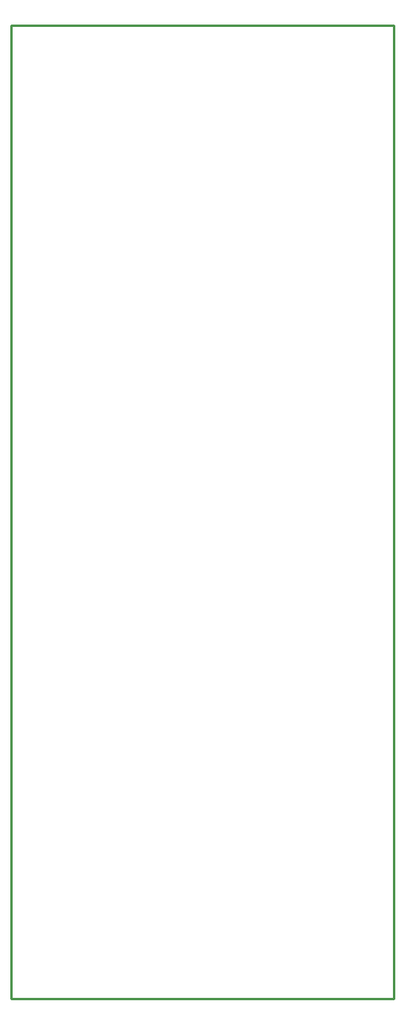
<source format=gko>
G04 Layer_Color=16711935*
%FSAX24Y24*%
%MOIN*%
G70*
G01*
G75*
%ADD12C,0.0100*%
D12*
X019685Y054724D02*
X035827D01*
Y013780D02*
Y054724D01*
X019685Y044488D02*
Y054724D01*
Y013780D02*
X035827D01*
X019685Y014200D02*
Y026200D01*
Y013780D02*
Y014200D01*
Y026200D02*
Y044488D01*
M02*

</source>
